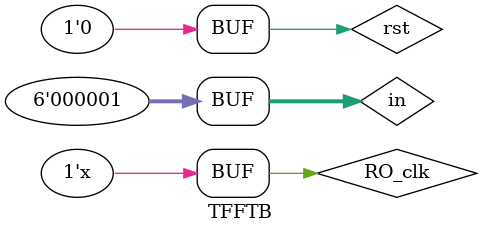
<source format=v>
`timescale 1ps/1ps
module TFFTB();
	wire divided_clk;
	reg RO_clk = 1'b1;
	reg [5:0]in;
	reg rst = 1'b1;
	wire[11:0]out;
	TFF1 FFTB(out[0], in[3], in[2], in[1], in[0], rst, RO_clk, in[5], in[4], out[2],
	out[1], out[3], out[4], out[5], out[6], out[7], divided_clk, out[9], out[8], out[10], out[11]);

	always #10000 RO_clk = ~RO_clk;
	initial begin
		#1000 rst = 1'b0;
		#0 {in[5],in[4],in[3],in[2],in[1],in[0]}=6'd15;
		#2500000 {in[5],in[4],in[3],in[2],in[1],in[0]} = 6'd50;
		#2500000 {in[5],in[4],in[3],in[2],in[1],in[0]} = 6'd1;
	end

endmodule

</source>
